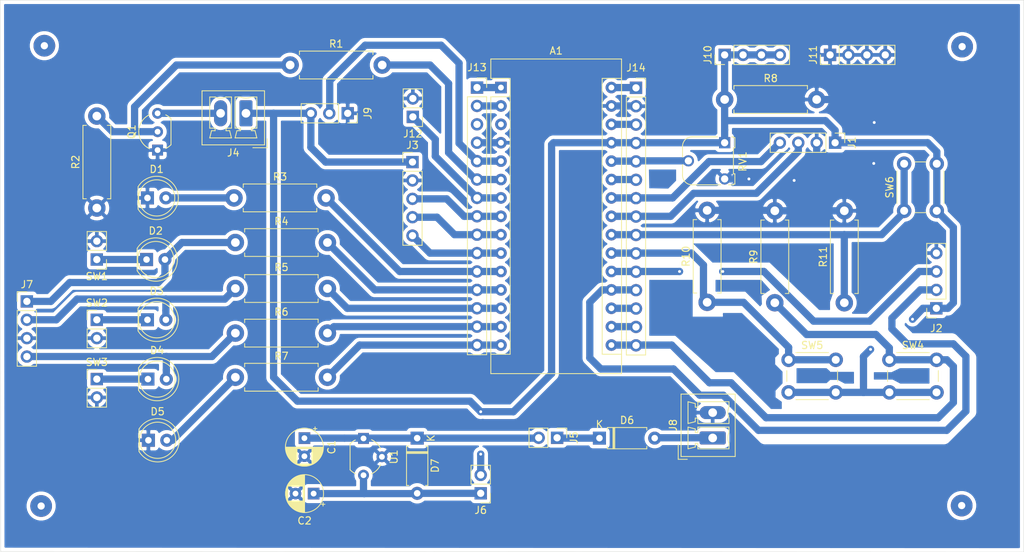
<source format=kicad_pcb>
(kicad_pcb (version 20171130) (host pcbnew 5.1.5-52549c5~84~ubuntu18.04.1)
  (layers (0 F.Cu signal) (31 B.Cu signal) (34 B.Paste user) (35 F.Paste user) (36 B.SilkS user) (37 F.SilkS user) (38 B.Mask user) (39 F.Mask user) (44 Edge.Cuts user))
  (net 0 "")
  (net 1 D13)
  (net 2 D12)
  (net 3 VIN)
  (net 4 D11)
  (net 5 Earth)
  (net 6 D10)
  (net 7 RST)
  (net 8 D9)
  (net 9 +5V)
  (net 10 D8)
  (net 11 A7)
  (net 12 D7)
  (net 13 A6)
  (net 14 D6)
  (net 15 A5)
  (net 16 D5)
  (net 17 A4)
  (net 18 D4)
  (net 19 A3)
  (net 20 D3)
  (net 21 A2)
  (net 22 D2)
  (net 23 A1)
  (net 24 A0)
  (net 25 AREF)
  (net 26 RX)
  (net 27 3V3)
  (net 28 TX)
  (net 29 "Net-(C1-Pad1)")
  (net 30 "Net-(C2-Pad1)")
  (net 31 "Net-(D1-Pad2)")
  (net 32 "Net-(D2-Pad2)")
  (net 33 "Net-(D2-Pad1)")
  (net 34 "Net-(D3-Pad2)")
  (net 35 "Net-(D3-Pad1)")
  (net 36 "Net-(D4-Pad2)")
  (net 37 "Net-(D4-Pad1)")
  (net 38 "Net-(D5-Pad2)")
  (net 39 "Net-(D6-Pad2)")
  (net 40 +12V)
  (net 41 "Net-(J4-Pad2)")
  (net 42 "Net-(Q1-Pad2)")
  (net 43 "Net-(J13-Pad3)")
  (net 44 "Net-(A1-Pad3)")
  (module Package_TO_SOT_THT:TO-92_Wide (layer F.Cu) (at 57.0484 -15.748 270)
    (fp_text reference U1 (at 2.55 -4.19 90) (layer F.SilkS))
    (fp_text value LM78M05_TO220)
    (pad 1 thru_hole rect (at 0 0) (size 1.5 1.5) (drill 0.8) (layers *.Cu *.Mask) (net 29 "Net-(C1-Pad1)"))
    (pad 3 thru_hole circle (at 5.08 0) (size 1.5 1.5) (drill 0.8) (layers *.Cu *.Mask) (net 30 "Net-(C2-Pad1)"))
    (pad 2 thru_hole circle (at 2.54 -2.54) (size 1.5 1.5) (drill 0.8) (layers *.Cu *.Mask) (net 5 Earth))
  )
  (module Resistor_THT:R_Axial_DIN0411_L9.9mm_D3.6mm_P12.70mm_Horizontal (layer F.Cu) (at 39.37 -24.1935)
    (fp_text reference R7 (at 6.35 -2.92) (layer F.SilkS))
    (fp_text value 100)
    (pad 2 thru_hole oval (at 12.7 0) (size 2.4 2.4) (drill 1.2) (layers *.Cu *.Mask) (net 2 D12))
    (pad 1 thru_hole circle (at 0 0) (size 2.4 2.4) (drill 1.2) (layers *.Cu *.Mask) (net 38 "Net-(D5-Pad2)"))
  )
  (module Connector_PinSocket_2.54mm:PinSocket_1x15_P2.54mm_Vertical (layer F.Cu) (at 94.6404 -64.1604)
    (fp_text reference J14 (at 0 -2.77) (layer F.SilkS))
    (fp_text value Conn_01x15_Female hide)
    (pad 15 thru_hole oval (at 0 35.56) (size 1.7 1.7) (drill 1) (layers *.Cu *.Mask) (net 1 D13))
    (pad 14 thru_hole oval (at 0 33.02) (size 1.7 1.7) (drill 1) (layers *.Cu *.Mask) (net 27 3V3))
    (pad 13 thru_hole oval (at 0 30.48) (size 1.7 1.7) (drill 1) (layers *.Cu *.Mask) (net 25 AREF))
    (pad 12 thru_hole oval (at 0 27.94) (size 1.7 1.7) (drill 1) (layers *.Cu *.Mask) (net 24 A0))
    (pad 11 thru_hole oval (at 0 25.4) (size 1.7 1.7) (drill 1) (layers *.Cu *.Mask) (net 23 A1))
    (pad 10 thru_hole oval (at 0 22.86) (size 1.7 1.7) (drill 1) (layers *.Cu *.Mask) (net 21 A2))
    (pad 9 thru_hole oval (at 0 20.32) (size 1.7 1.7) (drill 1) (layers *.Cu *.Mask) (net 19 A3))
    (pad 8 thru_hole oval (at 0 17.78) (size 1.7 1.7) (drill 1) (layers *.Cu *.Mask) (net 17 A4))
    (pad 7 thru_hole oval (at 0 15.24) (size 1.7 1.7) (drill 1) (layers *.Cu *.Mask) (net 15 A5))
    (pad 6 thru_hole oval (at 0 12.7) (size 1.7 1.7) (drill 1) (layers *.Cu *.Mask) (net 13 A6))
    (pad 5 thru_hole oval (at 0 10.16) (size 1.7 1.7) (drill 1) (layers *.Cu *.Mask) (net 11 A7))
    (pad 4 thru_hole oval (at 0 7.62) (size 1.7 1.7) (drill 1) (layers *.Cu *.Mask) (net 9 +5V))
    (pad 3 thru_hole oval (at 0 5.08) (size 1.7 1.7) (drill 1) (layers *.Cu *.Mask) (net 7 RST))
    (pad 2 thru_hole oval (at 0 2.54) (size 1.7 1.7) (drill 1) (layers *.Cu *.Mask) (net 5 Earth))
    (pad 1 thru_hole rect (at 0 0) (size 1.7 1.7) (drill 1) (layers *.Cu *.Mask) (net 3 VIN))
  )
  (module Connector_PinSocket_2.54mm:PinSocket_1x15_P2.54mm_Vertical (layer F.Cu) (at 72.7075 -64.1985)
    (fp_text reference J13 (at 0 -2.77) (layer F.SilkS))
    (fp_text value Conn_01x15_Female hide)
    (pad 15 thru_hole oval (at 0 35.56) (size 1.7 1.7) (drill 1) (layers *.Cu *.Mask) (net 2 D12))
    (pad 14 thru_hole oval (at 0 33.02) (size 1.7 1.7) (drill 1) (layers *.Cu *.Mask) (net 4 D11))
    (pad 13 thru_hole oval (at 0 30.48) (size 1.7 1.7) (drill 1) (layers *.Cu *.Mask) (net 6 D10))
    (pad 12 thru_hole oval (at 0 27.94) (size 1.7 1.7) (drill 1) (layers *.Cu *.Mask) (net 8 D9))
    (pad 11 thru_hole oval (at 0 25.4) (size 1.7 1.7) (drill 1) (layers *.Cu *.Mask) (net 10 D8))
    (pad 10 thru_hole oval (at 0 22.86) (size 1.7 1.7) (drill 1) (layers *.Cu *.Mask) (net 12 D7))
    (pad 9 thru_hole oval (at 0 20.32) (size 1.7 1.7) (drill 1) (layers *.Cu *.Mask) (net 14 D6))
    (pad 8 thru_hole oval (at 0 17.78) (size 1.7 1.7) (drill 1) (layers *.Cu *.Mask) (net 16 D5))
    (pad 7 thru_hole oval (at 0 15.24) (size 1.7 1.7) (drill 1) (layers *.Cu *.Mask) (net 18 D4))
    (pad 6 thru_hole oval (at 0 12.7) (size 1.7 1.7) (drill 1) (layers *.Cu *.Mask) (net 20 D3))
    (pad 5 thru_hole oval (at 0 10.16) (size 1.7 1.7) (drill 1) (layers *.Cu *.Mask) (net 22 D2))
    (pad 4 thru_hole oval (at 0 7.62) (size 1.7 1.7) (drill 1) (layers *.Cu *.Mask) (net 5 Earth))
    (pad 3 thru_hole oval (at 0 5.08) (size 1.7 1.7) (drill 1) (layers *.Cu *.Mask) (net 43 "Net-(J13-Pad3)"))
    (pad 2 thru_hole oval (at 0 2.54) (size 1.7 1.7) (drill 1) (layers *.Cu *.Mask) (net 26 RX))
    (pad 1 thru_hole rect (at 0 0) (size 1.7 1.7) (drill 1) (layers *.Cu *.Mask) (net 28 TX))
  )
  (module Connector_PinSocket_2.54mm:PinSocket_1x03_P2.54mm_Vertical (layer F.Cu) (at 54.864 -60.6425 270)
    (fp_text reference J9 (at 0 -2.77 90) (layer F.SilkS))
    (fp_text value Conn_01x03_Female hide)
    (pad 3 thru_hole oval (at 0 5.08 270) (size 1.7 1.7) (drill 1) (layers *.Cu *.Mask) (net 9 +5V))
    (pad 2 thru_hole oval (at 0 2.54 270) (size 1.7 1.7) (drill 1) (layers *.Cu *.Mask) (net 22 D2))
    (pad 1 thru_hole rect (at 0 0 270) (size 1.7 1.7) (drill 1) (layers *.Cu *.Mask) (net 5 Earth))
  )
  (module Connector_PinSocket_2.54mm:PinSocket_1x04_P2.54mm_Vertical (layer F.Cu) (at 136.0805 -33.7185 180)
    (fp_text reference J2 (at 0 -2.77) (layer F.SilkS))
    (fp_text value Conn_01x04_Female hide)
    (pad 4 thru_hole oval (at 0 7.62 180) (size 1.7 1.7) (drill 1) (layers *.Cu *.Mask) (net 5 Earth))
    (pad 3 thru_hole oval (at 0 5.08 180) (size 1.7 1.7) (drill 1) (layers *.Cu *.Mask) (net 23 A1))
    (pad 2 thru_hole oval (at 0 2.54 180) (size 1.7 1.7) (drill 1) (layers *.Cu *.Mask) (net 24 A0))
    (pad 1 thru_hole rect (at 0 0 180) (size 1.7 1.7) (drill 1) (layers *.Cu *.Mask) (net 9 +5V))
  )
  (module Button_Switch_THT:SW_PUSH_6mm_H5mm (layer F.Cu) (at 131.6355 -47.1805 90)
    (fp_text reference SW6 (at 3.25 -2 90) (layer F.SilkS))
    (fp_text value SW_SPST)
    (pad 1 thru_hole circle (at 6.5 0 180) (size 2 2) (drill 1.1) (layers *.Cu *.Mask) (net 19 A3))
    (pad 2 thru_hole circle (at 6.5 4.5 180) (size 2 2) (drill 1.1) (layers *.Cu *.Mask) (net 9 +5V))
    (pad 1 thru_hole circle (at 0 0 180) (size 2 2) (drill 1.1) (layers *.Cu *.Mask) (net 19 A3))
    (pad 2 thru_hole circle (at 0 4.5 180) (size 2 2) (drill 1.1) (layers *.Cu *.Mask) (net 9 +5V))
  )
  (module Button_Switch_THT:SW_PUSH_6mm_H5mm (layer F.Cu) (at 115.697 -26.6065)
    (fp_text reference SW5 (at 3.25 -2) (layer F.SilkS))
    (fp_text value SW_SPST)
    (pad 1 thru_hole circle (at 6.5 0 90) (size 2 2) (drill 1.1) (layers *.Cu *.Mask) (net 21 A2))
    (pad 2 thru_hole circle (at 6.5 4.5 90) (size 2 2) (drill 1.1) (layers *.Cu *.Mask) (net 9 +5V))
    (pad 1 thru_hole circle (at 0 0 90) (size 2 2) (drill 1.1) (layers *.Cu *.Mask) (net 21 A2))
    (pad 2 thru_hole circle (at 0 4.5 90) (size 2 2) (drill 1.1) (layers *.Cu *.Mask) (net 9 +5V))
  )
  (module Button_Switch_THT:SW_PUSH_6mm_H5mm (layer F.Cu) (at 129.6035 -26.6065)
    (fp_text reference SW4 (at 3.25 -2) (layer F.SilkS))
    (fp_text value SW_SPST)
    (pad 1 thru_hole circle (at 6.5 0 90) (size 2 2) (drill 1.1) (layers *.Cu *.Mask) (net 1 D13))
    (pad 2 thru_hole circle (at 6.5 4.5 90) (size 2 2) (drill 1.1) (layers *.Cu *.Mask) (net 9 +5V))
    (pad 1 thru_hole circle (at 0 0 90) (size 2 2) (drill 1.1) (layers *.Cu *.Mask) (net 1 D13))
    (pad 2 thru_hole circle (at 0 4.5 90) (size 2 2) (drill 1.1) (layers *.Cu *.Mask) (net 9 +5V))
  )
  (module Connector_PinHeader_2.54mm:PinHeader_1x02_P2.54mm_Vertical (layer F.Cu) (at 20.2565 -23.9395)
    (fp_text reference SW3 (at 0 -2.33) (layer F.SilkS))
    (fp_text value SW_SPST)
    (pad 2 thru_hole oval (at 0 2.54) (size 1.7 1.7) (drill 1) (layers *.Cu *.Mask) (net 5 Earth))
    (pad 1 thru_hole rect (at 0 0) (size 1.7 1.7) (drill 1) (layers *.Cu *.Mask) (net 37 "Net-(D4-Pad1)"))
  )
  (module Connector_PinHeader_2.54mm:PinHeader_1x02_P2.54mm_Vertical (layer F.Cu) (at 20.2565 -32.131)
    (fp_text reference SW2 (at 0 -2.33) (layer F.SilkS))
    (fp_text value SW_SPST)
    (pad 2 thru_hole oval (at 0 2.54) (size 1.7 1.7) (drill 1) (layers *.Cu *.Mask) (net 5 Earth))
    (pad 1 thru_hole rect (at 0 0) (size 1.7 1.7) (drill 1) (layers *.Cu *.Mask) (net 35 "Net-(D3-Pad1)"))
  )
  (module Connector_PinHeader_2.54mm:PinHeader_1x02_P2.54mm_Vertical (layer F.Cu) (at 20.2565 -40.4495 180)
    (fp_text reference SW1 (at 0 -2.33) (layer F.SilkS))
    (fp_text value SW_SPST)
    (pad 2 thru_hole oval (at 0 2.54 180) (size 1.7 1.7) (drill 1) (layers *.Cu *.Mask) (net 5 Earth))
    (pad 1 thru_hole rect (at 0 0 180) (size 1.7 1.7) (drill 1) (layers *.Cu *.Mask) (net 33 "Net-(D2-Pad1)"))
  )
  (module Potentiometer_THT:Potentiometer_Runtron_RM-065_Vertical (layer F.Cu) (at 106.8705 -56.5785 270)
    (fp_text reference RV1 (at 2.6 -2.5 90) (layer F.SilkS))
    (fp_text value 1K)
    (pad 2 thru_hole circle (at 2.5 5 270) (size 1.55 1.55) (drill 1) (layers *.Cu *.Mask) (net 11 A7))
    (pad 1 thru_hole rect (at 0 0 270) (size 1.55 1.55) (drill 1) (layers *.Cu *.Mask) (net 9 +5V))
    (pad 3 thru_hole circle (at 5 0 270) (size 1.55 1.55) (drill 1) (layers *.Cu *.Mask) (net 5 Earth))
  )
  (module Resistor_THT:R_Axial_DIN0411_L9.9mm_D3.6mm_P12.70mm_Horizontal (layer F.Cu) (at 123.3805 -34.4805 90)
    (fp_text reference R11 (at 6.35 -2.92 90) (layer F.SilkS))
    (fp_text value 10K)
    (pad 2 thru_hole oval (at 12.7 0 90) (size 2.4 2.4) (drill 1.2) (layers *.Cu *.Mask) (net 5 Earth))
    (pad 1 thru_hole circle (at 0 0 90) (size 2.4 2.4) (drill 1.2) (layers *.Cu *.Mask) (net 19 A3))
  )
  (module Resistor_THT:R_Axial_DIN0411_L9.9mm_D3.6mm_P12.70mm_Horizontal (layer F.Cu) (at 104.4575 -34.544 90)
    (fp_text reference R10 (at 6.35 -2.92 90) (layer F.SilkS))
    (fp_text value 10K)
    (pad 2 thru_hole oval (at 12.7 0 90) (size 2.4 2.4) (drill 1.2) (layers *.Cu *.Mask) (net 5 Earth))
    (pad 1 thru_hole circle (at 0 0 90) (size 2.4 2.4) (drill 1.2) (layers *.Cu *.Mask) (net 21 A2))
  )
  (module Resistor_THT:R_Axial_DIN0411_L9.9mm_D3.6mm_P12.70mm_Horizontal (layer F.Cu) (at 113.792 -34.4805 90)
    (fp_text reference R9 (at 6.35 -2.92 90) (layer F.SilkS))
    (fp_text value 10K)
    (pad 2 thru_hole oval (at 12.7 0 90) (size 2.4 2.4) (drill 1.2) (layers *.Cu *.Mask) (net 5 Earth))
    (pad 1 thru_hole circle (at 0 0 90) (size 2.4 2.4) (drill 1.2) (layers *.Cu *.Mask) (net 1 D13))
  )
  (module Resistor_THT:R_Axial_DIN0411_L9.9mm_D3.6mm_P12.70mm_Horizontal (layer F.Cu) (at 106.8705 -62.5475)
    (fp_text reference R8 (at 6.35 -2.92) (layer F.SilkS))
    (fp_text value 4.7K)
    (pad 2 thru_hole oval (at 12.7 0) (size 2.4 2.4) (drill 1.2) (layers *.Cu *.Mask) (net 5 Earth))
    (pad 1 thru_hole circle (at 0 0) (size 2.4 2.4) (drill 1.2) (layers *.Cu *.Mask) (net 9 +5V))
  )
  (module Resistor_THT:R_Axial_DIN0411_L9.9mm_D3.6mm_P12.70mm_Horizontal (layer F.Cu) (at 39.37 -30.2895)
    (fp_text reference R6 (at 6.35 -2.92) (layer F.SilkS))
    (fp_text value 100)
    (pad 2 thru_hole oval (at 12.7 0) (size 2.4 2.4) (drill 1.2) (layers *.Cu *.Mask) (net 4 D11))
    (pad 1 thru_hole circle (at 0 0) (size 2.4 2.4) (drill 1.2) (layers *.Cu *.Mask) (net 36 "Net-(D4-Pad2)"))
  )
  (module Resistor_THT:R_Axial_DIN0411_L9.9mm_D3.6mm_P12.70mm_Horizontal (layer F.Cu) (at 39.37 -36.449)
    (fp_text reference R5 (at 6.35 -2.92) (layer F.SilkS))
    (fp_text value 100)
    (pad 2 thru_hole oval (at 12.7 0) (size 2.4 2.4) (drill 1.2) (layers *.Cu *.Mask) (net 6 D10))
    (pad 1 thru_hole circle (at 0 0) (size 2.4 2.4) (drill 1.2) (layers *.Cu *.Mask) (net 34 "Net-(D3-Pad2)"))
  )
  (module Resistor_THT:R_Axial_DIN0411_L9.9mm_D3.6mm_P12.70mm_Horizontal (layer F.Cu) (at 39.37 -42.799)
    (fp_text reference R4 (at 6.35 -2.92) (layer F.SilkS))
    (fp_text value 100)
    (pad 2 thru_hole oval (at 12.7 0) (size 2.4 2.4) (drill 1.2) (layers *.Cu *.Mask) (net 8 D9))
    (pad 1 thru_hole circle (at 0 0) (size 2.4 2.4) (drill 1.2) (layers *.Cu *.Mask) (net 32 "Net-(D2-Pad2)"))
  )
  (module Resistor_THT:R_Axial_DIN0411_L9.9mm_D3.6mm_P12.70mm_Horizontal (layer F.Cu) (at 39.1795 -48.9585)
    (fp_text reference R3 (at 6.35 -2.92) (layer F.SilkS))
    (fp_text value 100)
    (pad 2 thru_hole oval (at 12.7 0) (size 2.4 2.4) (drill 1.2) (layers *.Cu *.Mask) (net 10 D8))
    (pad 1 thru_hole circle (at 0 0) (size 2.4 2.4) (drill 1.2) (layers *.Cu *.Mask) (net 31 "Net-(D1-Pad2)"))
  )
  (module Resistor_THT:R_Axial_DIN0411_L9.9mm_D3.6mm_P12.70mm_Horizontal (layer F.Cu) (at 20.2565 -47.5615 90)
    (fp_text reference R2 (at 6.35 -2.92 90) (layer F.SilkS))
    (fp_text value 1K)
    (pad 2 thru_hole oval (at 12.7 0 90) (size 2.4 2.4) (drill 1.2) (layers *.Cu *.Mask) (net 42 "Net-(Q1-Pad2)"))
    (pad 1 thru_hole circle (at 0 0 90) (size 2.4 2.4) (drill 1.2) (layers *.Cu *.Mask) (net 5 Earth))
  )
  (module Resistor_THT:R_Axial_DIN0411_L9.9mm_D3.6mm_P12.70mm_Horizontal (layer F.Cu) (at 46.9265 -67.31)
    (fp_text reference R1 (at 6.35 -2.92) (layer F.SilkS))
    (fp_text value 100)
    (pad 2 thru_hole oval (at 12.7 0) (size 2.4 2.4) (drill 1.2) (layers *.Cu *.Mask) (net 20 D3))
    (pad 1 thru_hole circle (at 0 0) (size 2.4 2.4) (drill 1.2) (layers *.Cu *.Mask) (net 42 "Net-(Q1-Pad2)"))
  )
  (module Package_TO_SOT_THT:TO-92_Inline_Wide (layer F.Cu) (at 28.6385 -55.5625 90)
    (fp_text reference Q1 (at 2.54 -3.56 90) (layer F.SilkS))
    (fp_text value PN2222A)
    (pad 1 thru_hole rect (at 0 0 180) (size 1.5 1.5) (drill 0.8) (layers *.Cu *.Mask) (net 5 Earth))
    (pad 3 thru_hole circle (at 5.08 0 180) (size 1.5 1.5) (drill 0.8) (layers *.Cu *.Mask) (net 41 "Net-(J4-Pad2)"))
    (pad 2 thru_hole circle (at 2.54 0 180) (size 1.5 1.5) (drill 0.8) (layers *.Cu *.Mask) (net 42 "Net-(Q1-Pad2)"))
  )
  (module Connector_PinHeader_2.54mm:PinHeader_1x02_P2.54mm_Vertical (layer F.Cu) (at 63.8556 -60.1472 180)
    (fp_text reference J12 (at 0 -2.33) (layer F.SilkS))
    (fp_text value Conn_01x02_Female hide)
    (pad 2 thru_hole oval (at 0 2.54 180) (size 1.7 1.7) (drill 1) (layers *.Cu *.Mask) (net 5 Earth))
    (pad 1 thru_hole rect (at 0 0 180) (size 1.7 1.7) (drill 1) (layers *.Cu *.Mask) (net 18 D4))
  )
  (module Connector_PinHeader_2.54mm:PinHeader_1x04_P2.54mm_Vertical (layer F.Cu) (at 121.412 -68.707 90)
    (fp_text reference J11 (at 0 -2.33 90) (layer F.SilkS))
    (fp_text value Conn_01x04_Female hide)
    (pad 4 thru_hole oval (at 0 7.62 90) (size 1.7 1.7) (drill 1) (layers *.Cu *.Mask) (net 5 Earth))
    (pad 3 thru_hole oval (at 0 5.08 90) (size 1.7 1.7) (drill 1) (layers *.Cu *.Mask) (net 5 Earth))
    (pad 2 thru_hole oval (at 0 2.54 90) (size 1.7 1.7) (drill 1) (layers *.Cu *.Mask) (net 5 Earth))
    (pad 1 thru_hole rect (at 0 0 90) (size 1.7 1.7) (drill 1) (layers *.Cu *.Mask) (net 5 Earth))
  )
  (module Connector_PinHeader_2.54mm:PinHeader_1x04_P2.54mm_Vertical (layer F.Cu) (at 106.8705 -68.707 90)
    (fp_text reference J10 (at 0 -2.33 90) (layer F.SilkS))
    (fp_text value Conn_01x04_Female hide)
    (pad 4 thru_hole oval (at 0 7.62 90) (size 1.7 1.7) (drill 1) (layers *.Cu *.Mask) (net 9 +5V))
    (pad 3 thru_hole oval (at 0 5.08 90) (size 1.7 1.7) (drill 1) (layers *.Cu *.Mask) (net 9 +5V))
    (pad 2 thru_hole oval (at 0 2.54 90) (size 1.7 1.7) (drill 1) (layers *.Cu *.Mask) (net 9 +5V))
    (pad 1 thru_hole rect (at 0 0 90) (size 1.7 1.7) (drill 1) (layers *.Cu *.Mask) (net 9 +5V))
  )
  (module Connector_Phoenix_MC:PhoenixContact_MCV_1,5_2-G-3.5_1x02_P3.50mm_Vertical (layer F.Cu) (at 105.2195 -15.8115 90)
    (fp_text reference J8 (at 1.75 -5.45 90) (layer F.SilkS))
    (fp_text value Screw_Terminal_01x02 hide)
    (pad 2 thru_hole oval (at 3.5 0 90) (size 1.8 3.6) (drill 1.2) (layers *.Cu *.Mask) (net 5 Earth))
    (pad 1 thru_hole roundrect (at 0 0 90) (size 1.8 3.6) (drill 1.2) (layers *.Cu *.Mask) (roundrect_rratio 0.138889) (net 39 "Net-(D6-Pad2)"))
  )
  (module Connector_PinHeader_2.54mm:PinHeader_1x04_P2.54mm_Vertical (layer F.Cu) (at 10.6045 -34.671)
    (fp_text reference J7 (at 0 -2.33) (layer F.SilkS))
    (fp_text value Conn_01x04_Female hide)
    (pad 4 thru_hole oval (at 0 7.62) (size 1.7 1.7) (drill 1) (layers *.Cu *.Mask) (net 36 "Net-(D4-Pad2)"))
    (pad 3 thru_hole oval (at 0 5.08) (size 1.7 1.7) (drill 1) (layers *.Cu *.Mask) (net 5 Earth))
    (pad 2 thru_hole oval (at 0 2.54) (size 1.7 1.7) (drill 1) (layers *.Cu *.Mask) (net 34 "Net-(D3-Pad2)"))
    (pad 1 thru_hole rect (at 0 0) (size 1.7 1.7) (drill 1) (layers *.Cu *.Mask) (net 32 "Net-(D2-Pad2)"))
  )
  (module Connector_PinHeader_2.54mm:PinHeader_1x02_P2.54mm_Vertical (layer F.Cu) (at 73.2155 -8.1661 180)
    (fp_text reference J6 (at 0 -2.33) (layer F.SilkS))
    (fp_text value Conn_01x02_Female)
    (pad 2 thru_hole oval (at 0 2.54 180) (size 1.7 1.7) (drill 1) (layers *.Cu *.Mask) (net 9 +5V))
    (pad 1 thru_hole rect (at 0 0 180) (size 1.7 1.7) (drill 1) (layers *.Cu *.Mask) (net 30 "Net-(C2-Pad1)"))
  )
  (module Connector_PinHeader_2.54mm:PinHeader_1x02_P2.54mm_Vertical (layer F.Cu) (at 83.7565 -15.8369 270)
    (fp_text reference J5 (at 0 -2.33 90) (layer F.SilkS))
    (fp_text value Conn_01x02_Female hide)
    (pad 2 thru_hole oval (at 0 2.54 270) (size 1.7 1.7) (drill 1) (layers *.Cu *.Mask) (net 29 "Net-(C1-Pad1)"))
    (pad 1 thru_hole rect (at 0 0 270) (size 1.7 1.7) (drill 1) (layers *.Cu *.Mask) (net 40 +12V))
  )
  (module Connector_Phoenix_MC:PhoenixContact_MCV_1,5_2-G-3.5_1x02_P3.50mm_Vertical (layer F.Cu) (at 40.8305 -60.6425 180)
    (fp_text reference J4 (at 1.75 -5.45) (layer F.SilkS))
    (fp_text value Screw_Terminal_01x02 hide)
    (pad 2 thru_hole oval (at 3.5 0 180) (size 1.8 3.6) (drill 1.2) (layers *.Cu *.Mask) (net 41 "Net-(J4-Pad2)"))
    (pad 1 thru_hole roundrect (at 0 0 180) (size 1.8 3.6) (drill 1.2) (layers *.Cu *.Mask) (roundrect_rratio 0.138889) (net 9 +5V))
  )
  (module Connector_PinHeader_2.54mm:PinHeader_1x05_P2.54mm_Vertical (layer F.Cu) (at 63.8048 -53.9115)
    (fp_text reference J3 (at 0 -2.33) (layer F.SilkS))
    (fp_text value Conn_01x05_Female hide)
    (pad 5 thru_hole oval (at 0 10.16) (size 1.7 1.7) (drill 1) (layers *.Cu *.Mask) (net 12 D7))
    (pad 4 thru_hole oval (at 0 7.62) (size 1.7 1.7) (drill 1) (layers *.Cu *.Mask) (net 14 D6))
    (pad 3 thru_hole oval (at 0 5.08) (size 1.7 1.7) (drill 1) (layers *.Cu *.Mask) (net 16 D5))
    (pad 2 thru_hole oval (at 0 2.54) (size 1.7 1.7) (drill 1) (layers *.Cu *.Mask) (net 5 Earth))
    (pad 1 thru_hole rect (at 0 0) (size 1.7 1.7) (drill 1) (layers *.Cu *.Mask) (net 9 +5V))
  )
  (module Connector_PinHeader_2.54mm:PinHeader_1x04_P2.54mm_Vertical (layer F.Cu) (at 122.1105 -56.5785 270)
    (fp_text reference J1 (at 0 -2.33 90) (layer F.SilkS))
    (fp_text value Conn_01x04_Female hide)
    (pad 4 thru_hole oval (at 0 7.62 270) (size 1.7 1.7) (drill 1) (layers *.Cu *.Mask) (net 15 A5))
    (pad 3 thru_hole oval (at 0 5.08 270) (size 1.7 1.7) (drill 1) (layers *.Cu *.Mask) (net 17 A4))
    (pad 2 thru_hole oval (at 0 2.54 270) (size 1.7 1.7) (drill 1) (layers *.Cu *.Mask) (net 5 Earth))
    (pad 1 thru_hole rect (at 0 0 270) (size 1.7 1.7) (drill 1) (layers *.Cu *.Mask) (net 9 +5V))
  )
  (module Diode_THT:D_A-405_P7.62mm_Horizontal (layer F.Cu) (at 64.4525 -15.7861 270)
    (fp_text reference D7 (at 3.81 -2.47 90) (layer F.SilkS))
    (fp_text value 1N4007)
    (fp_text user K (at 0 -1.9 90) (layer F.SilkS))
    (pad 2 thru_hole oval (at 7.62 0 270) (size 1.8 1.8) (drill 0.9) (layers *.Cu *.Mask) (net 30 "Net-(C2-Pad1)"))
    (pad 1 thru_hole rect (at 0 0 270) (size 1.8 1.8) (drill 0.9) (layers *.Cu *.Mask) (net 29 "Net-(C1-Pad1)"))
  )
  (module Diode_THT:D_A-405_P7.62mm_Horizontal (layer F.Cu) (at 89.5985 -15.7861)
    (fp_text reference D6 (at 3.81 -2.47) (layer F.SilkS))
    (fp_text value 1N4007)
    (fp_text user K (at 0 -1.9) (layer F.SilkS))
    (pad 2 thru_hole oval (at 7.62 0) (size 1.8 1.8) (drill 0.9) (layers *.Cu *.Mask) (net 39 "Net-(D6-Pad2)"))
    (pad 1 thru_hole rect (at 0 0) (size 1.8 1.8) (drill 0.9) (layers *.Cu *.Mask) (net 40 +12V))
  )
  (module LED_THT:LED_D5.0mm (layer F.Cu) (at 27.3685 -15.494)
    (fp_text reference D5 (at 1.27 -3.96) (layer F.SilkS))
    (fp_text value LED)
    (pad 2 thru_hole circle (at 2.54 0) (size 1.8 1.8) (drill 0.9) (layers *.Cu *.Mask) (net 38 "Net-(D5-Pad2)"))
    (pad 1 thru_hole rect (at 0 0) (size 1.8 1.8) (drill 0.9) (layers *.Cu *.Mask) (net 5 Earth))
  )
  (module LED_THT:LED_D5.0mm (layer F.Cu) (at 27.305 -23.9395)
    (fp_text reference D4 (at 1.27 -3.96) (layer F.SilkS))
    (fp_text value LED)
    (pad 2 thru_hole circle (at 2.54 0) (size 1.8 1.8) (drill 0.9) (layers *.Cu *.Mask) (net 36 "Net-(D4-Pad2)"))
    (pad 1 thru_hole rect (at 0 0) (size 1.8 1.8) (drill 0.9) (layers *.Cu *.Mask) (net 37 "Net-(D4-Pad1)"))
  )
  (module LED_THT:LED_D5.0mm (layer F.Cu) (at 27.2415 -32.131)
    (fp_text reference D3 (at 1.27 -3.96) (layer F.SilkS))
    (fp_text value LED)
    (pad 2 thru_hole circle (at 2.54 0) (size 1.8 1.8) (drill 0.9) (layers *.Cu *.Mask) (net 34 "Net-(D3-Pad2)"))
    (pad 1 thru_hole rect (at 0 0) (size 1.8 1.8) (drill 0.9) (layers *.Cu *.Mask) (net 35 "Net-(D3-Pad1)"))
  )
  (module LED_THT:LED_D5.0mm (layer F.Cu) (at 27.1145 -40.4495)
    (fp_text reference D2 (at 1.27 -3.96) (layer F.SilkS))
    (fp_text value LED)
    (pad 2 thru_hole circle (at 2.54 0) (size 1.8 1.8) (drill 0.9) (layers *.Cu *.Mask) (net 32 "Net-(D2-Pad2)"))
    (pad 1 thru_hole rect (at 0 0) (size 1.8 1.8) (drill 0.9) (layers *.Cu *.Mask) (net 33 "Net-(D2-Pad1)"))
  )
  (module LED_THT:LED_D5.0mm (layer F.Cu) (at 27.2415 -48.9585)
    (fp_text reference D1 (at 1.27 -3.96) (layer F.SilkS))
    (fp_text value LED)
    (pad 2 thru_hole circle (at 2.54 0) (size 1.8 1.8) (drill 0.9) (layers *.Cu *.Mask) (net 31 "Net-(D1-Pad2)"))
    (pad 1 thru_hole rect (at 0 0) (size 1.8 1.8) (drill 0.9) (layers *.Cu *.Mask) (net 5 Earth))
  )
  (module Capacitor_THT:CP_Radial_D5.0mm_P2.50mm (layer F.Cu) (at 50.165 -8.128 180)
    (fp_text reference C2 (at 1.25 -3.75) (layer F.SilkS))
    (fp_text value 10uF)
    (pad 2 thru_hole circle (at 2.5 0 180) (size 1.6 1.6) (drill 0.8) (layers *.Cu *.Mask) (net 5 Earth))
    (pad 1 thru_hole rect (at 0 0 180) (size 1.6 1.6) (drill 0.8) (layers *.Cu *.Mask) (net 30 "Net-(C2-Pad1)"))
  )
  (module Capacitor_THT:CP_Radial_D5.0mm_P2.50mm (layer F.Cu) (at 48.895 -15.7861 270)
    (fp_text reference C1 (at 1.25 -3.75 90) (layer F.SilkS))
    (fp_text value 47uF)
    (pad 2 thru_hole circle (at 2.5 0 270) (size 1.6 1.6) (drill 0.8) (layers *.Cu *.Mask) (net 5 Earth))
    (pad 1 thru_hole rect (at 0 0 270) (size 1.6 1.6) (drill 0.8) (layers *.Cu *.Mask) (net 29 "Net-(C1-Pad1)"))
  )
  (module Module:Arduino_Nano (layer F.Cu) (at 76.0095 -64.1985)
    (fp_text reference A1 (at 7.62 -5.08) (layer F.SilkS))
    (fp_text value Arduino_Nano_v3.x)
    (pad 16 thru_hole oval (at 15.24 35.56) (size 1.6 1.6) (drill 0.8) (layers *.Cu *.Mask) (net 1 D13))
    (pad 15 thru_hole oval (at 0 35.56) (size 1.6 1.6) (drill 0.8) (layers *.Cu *.Mask) (net 2 D12))
    (pad 30 thru_hole oval (at 15.24 0) (size 1.6 1.6) (drill 0.8) (layers *.Cu *.Mask) (net 3 VIN))
    (pad 14 thru_hole oval (at 0 33.02) (size 1.6 1.6) (drill 0.8) (layers *.Cu *.Mask) (net 4 D11))
    (pad 29 thru_hole oval (at 15.24 2.54) (size 1.6 1.6) (drill 0.8) (layers *.Cu *.Mask) (net 5 Earth))
    (pad 13 thru_hole oval (at 0 30.48) (size 1.6 1.6) (drill 0.8) (layers *.Cu *.Mask) (net 6 D10))
    (pad 28 thru_hole oval (at 15.24 5.08) (size 1.6 1.6) (drill 0.8) (layers *.Cu *.Mask) (net 7 RST))
    (pad 12 thru_hole oval (at 0 27.94) (size 1.6 1.6) (drill 0.8) (layers *.Cu *.Mask) (net 8 D9))
    (pad 27 thru_hole oval (at 15.24 7.62) (size 1.6 1.6) (drill 0.8) (layers *.Cu *.Mask) (net 9 +5V))
    (pad 11 thru_hole oval (at 0 25.4) (size 1.6 1.6) (drill 0.8) (layers *.Cu *.Mask) (net 10 D8))
    (pad 26 thru_hole oval (at 15.24 10.16) (size 1.6 1.6) (drill 0.8) (layers *.Cu *.Mask) (net 11 A7))
    (pad 10 thru_hole oval (at 0 22.86) (size 1.6 1.6) (drill 0.8) (layers *.Cu *.Mask) (net 12 D7))
    (pad 25 thru_hole oval (at 15.24 12.7) (size 1.6 1.6) (drill 0.8) (layers *.Cu *.Mask) (net 13 A6))
    (pad 9 thru_hole oval (at 0 20.32) (size 1.6 1.6) (drill 0.8) (layers *.Cu *.Mask) (net 14 D6))
    (pad 24 thru_hole oval (at 15.24 15.24) (size 1.6 1.6) (drill 0.8) (layers *.Cu *.Mask) (net 15 A5))
    (pad 8 thru_hole oval (at 0 17.78) (size 1.6 1.6) (drill 0.8) (layers *.Cu *.Mask) (net 16 D5))
    (pad 23 thru_hole oval (at 15.24 17.78) (size 1.6 1.6) (drill 0.8) (layers *.Cu *.Mask) (net 17 A4))
    (pad 7 thru_hole oval (at 0 15.24) (size 1.6 1.6) (drill 0.8) (layers *.Cu *.Mask) (net 18 D4))
    (pad 22 thru_hole oval (at 15.24 20.32) (size 1.6 1.6) (drill 0.8) (layers *.Cu *.Mask) (net 19 A3))
    (pad 6 thru_hole oval (at 0 12.7) (size 1.6 1.6) (drill 0.8) (layers *.Cu *.Mask) (net 20 D3))
    (pad 21 thru_hole oval (at 15.24 22.86) (size 1.6 1.6) (drill 0.8) (layers *.Cu *.Mask) (net 21 A2))
    (pad 5 thru_hole oval (at 0 10.16) (size 1.6 1.6) (drill 0.8) (layers *.Cu *.Mask) (net 22 D2))
    (pad 20 thru_hole oval (at 15.24 25.4) (size 1.6 1.6) (drill 0.8) (layers *.Cu *.Mask) (net 23 A1))
    (pad 4 thru_hole oval (at 0 7.62) (size 1.6 1.6) (drill 0.8) (layers *.Cu *.Mask) (net 5 Earth))
    (pad 19 thru_hole oval (at 15.24 27.94) (size 1.6 1.6) (drill 0.8) (layers *.Cu *.Mask) (net 24 A0))
    (pad 3 thru_hole oval (at 0 5.08) (size 1.6 1.6) (drill 0.8) (layers *.Cu *.Mask) (net 44 "Net-(A1-Pad3)"))
    (pad 18 thru_hole oval (at 15.24 30.48) (size 1.6 1.6) (drill 0.8) (layers *.Cu *.Mask) (net 25 AREF))
    (pad 2 thru_hole oval (at 0 2.54) (size 1.6 1.6) (drill 0.8) (layers *.Cu *.Mask) (net 26 RX))
    (pad 17 thru_hole oval (at 15.24 33.02) (size 1.6 1.6) (drill 0.8) (layers *.Cu *.Mask) (net 27 3V3))
    (pad 1 thru_hole rect (at 0 0) (size 1.6 1.6) (drill 0.8) (layers *.Cu *.Mask) (net 28 TX))
  )
  (gr_poly (pts (xy 135.0772 -23.368) (xy 131.1148 -23.368) (xy 130.048 -23.9268) (xy 127.508 -23.9268) (xy 127.508 -24.8412) (xy 129.8956 -24.8412) (xy 131.064 -25.4) (xy 135.0772 -25.4)) (layer B.Cu) (width 0.1))
  (gr_poly (pts (xy 124.6632 -23.368) (xy 123.444 -23.368) (xy 122.4788 -23.876) (xy 121.412 -23.876) (xy 121.412 -24.892) (xy 124.6632 -24.892)) (layer B.Cu) (width 0.1))
  (gr_poly (pts (xy 121.3612 -24.9936) (xy 121.3612 -23.8252) (xy 120.904 -23.4188) (xy 116.84 -23.4188) (xy 116.84 -25.4) (xy 120.904 -25.4)) (layer B.Cu) (width 0.1))
  (gr_poly (pts (xy 113.0808 -36.2712) (xy 111.9124 -35.4584) (xy 111.9632 -34.29) (xy 111.76 -34.036) (xy 109.728 -36.068) (xy 105.664 -36.068) (xy 105.664 -37.592) (xy 111.9124 -37.592)) (layer B.Cu) (width 0.1))
  (gr_poly (pts (xy 100.1268 -51.3588) (xy 99.06 -50.292) (xy 96.52 -50.3428) (xy 96.4692 -52.832) (xy 100.1268 -52.832)) (layer B.Cu) (width 0.1))
  (gr_poly (pts (xy 102.4128 -32.512) (xy 106.68 -32.512) (xy 106.68 -33.02) (xy 109.22 -33.02) (xy 114.3 -28.0924) (xy 114.3 -27.432) (xy 113.792 -26.924) (xy 113.792 -25.9588) (xy 114.808 -24.9428) (xy 114.808 -23.368) (xy 113.8428 -22.352) (xy 113.8428 -21.3868) (xy 114.7064 -20.7772) (xy 114.7064 -19.8628) (xy 113.284 -19.8628) (xy 108.1532 -24.9428) (xy 105.664 -24.9428) (xy 100.076 -29.972) (xy 96.52 -29.972) (xy 96.52 -37.592) (xy 102.4128 -37.592)) (layer B.Cu) (width 0.1))
  (gr_poly (pts (xy 121.8692 -36.068) (xy 121.3612 -34.5948) (xy 121.3612 -33.528) (xy 119.9388 -33.528) (xy 113.0808 -40.0812) (xy 105.2068 -40.0812) (xy 102.616 -42.6212) (xy 121.8692 -42.6212)) (layer B.Cu) (width 0.1))
  (gr_line (start 148.1455 -0.0635) (end 148.1455 -76.2635) (layer Edge.Cuts) (width 0.05))
  (gr_line (start 6.9215 -76.2635) (end 6.985 -0.127) (layer Edge.Cuts) (width 0.05))
  (gr_line (start 148.1455 -76.2635) (end 6.9215 -76.2635) (layer Edge.Cuts) (width 0.05))
  (gr_line (start 6.985 -0.127) (end 148.1455 -0.0635) (layer Edge.Cuts) (width 0.05))
  (via (at 139.6365 -69.85) (size 3) (drill 1) (layers F.Cu B.Cu) (net 0))
  (via (at 13.0175 -69.977) (size 3) (drill 1) (layers F.Cu B.Cu) (net 0))
  (via (at 12.573 -6.4135) (size 3) (drill 1) (layers F.Cu B.Cu) (net 0))
  (via (at 139.573 -6.477) (size 3) (drill 1) (layers F.Cu B.Cu) (net 0))
  (segment (start 91.2495 -28.6385) (end 94.5261 -28.6385) (width 1) (layer B.Cu) (net 1))
  (segment (start 129.6035 -26.6065) (end 136.1035 -26.6065) (width 1) (layer B.Cu) (net 1))
  (segment (start 95.728181 -28.6385) (end 94.5261 -28.6385) (width 1) (layer B.Cu) (net 1))
  (segment (start 99.568 -28.6385) (end 95.728181 -28.6385) (width 1) (layer B.Cu) (net 1))
  (segment (start 104.775 -23.4315) (end 99.568 -28.6385) (width 1) (layer B.Cu) (net 1))
  (segment (start 107.7595 -23.4315) (end 104.775 -23.4315) (width 1) (layer B.Cu) (net 1))
  (segment (start 112.5855 -18.6055) (end 107.7595 -23.4315) (width 1) (layer B.Cu) (net 1))
  (segment (start 137.517713 -26.6065) (end 138.43 -25.694213) (width 1) (layer B.Cu) (net 1))
  (segment (start 136.1035 -26.6065) (end 137.517713 -26.6065) (width 1) (layer B.Cu) (net 1))
  (segment (start 138.43 -25.694213) (end 138.43 -20.701) (width 1) (layer B.Cu) (net 1))
  (segment (start 138.43 -20.701) (end 136.3345 -18.6055) (width 1) (layer B.Cu) (net 1))
  (segment (start 136.3345 -18.6055) (end 112.5855 -18.6055) (width 1) (layer B.Cu) (net 1))
  (segment (start 129.5908 -26.6192) (end 129.6035 -26.6065) (width 1) (layer B.Cu) (net 1))
  (segment (start 127.7366 -30.099) (end 129.5908 -28.2448) (width 1) (layer B.Cu) (net 1))
  (segment (start 129.5908 -28.2448) (end 129.5908 -26.6192) (width 1) (layer B.Cu) (net 1))
  (segment (start 113.792 -34.4805) (end 118.1735 -30.099) (width 1) (layer B.Cu) (net 1))
  (segment (start 118.1735 -30.099) (end 127.7366 -30.099) (width 1) (layer B.Cu) (net 1))
  (segment (start 72.7075 -28.6385) (end 76.0095 -28.6385) (width 1) (layer B.Cu) (net 2))
  (segment (start 53.269999 -25.393499) (end 52.07 -24.1935) (width 1) (layer B.Cu) (net 2))
  (segment (start 56.515 -28.6385) (end 53.269999 -25.393499) (width 1) (layer B.Cu) (net 2))
  (segment (start 72.7075 -28.6385) (end 56.515 -28.6385) (width 1) (layer B.Cu) (net 2))
  (segment (start 91.2495 -64.1985) (end 94.5261 -64.1985) (width 1) (layer B.Cu) (net 3))
  (segment (start 72.7075 -31.1785) (end 76.0095 -31.1785) (width 1) (layer B.Cu) (net 4))
  (segment (start 52.959 -31.1785) (end 52.07 -30.2895) (width 1) (layer B.Cu) (net 4))
  (segment (start 72.7075 -31.1785) (end 52.959 -31.1785) (width 1) (layer B.Cu) (net 4))
  (segment (start 72.7075 -56.5785) (end 76.0095 -56.5785) (width 1) (layer B.Cu) (net 5))
  (segment (start 91.2495 -61.6585) (end 94.5261 -61.6585) (width 1) (layer B.Cu) (net 5))
  (segment (start 119.5705 -62.5475) (end 124.333 -62.5475) (width 1) (layer B.Cu) (net 5))
  (segment (start 124.333 -62.5475) (end 127.508 -59.3725) (width 1) (layer B.Cu) (net 5))
  (segment (start 127.508 -59.3725) (end 127.508 -59.3725) (width 1) (layer B.Cu) (net 5))
  (via (at 127.508 -59.3725) (size 0.8) (drill 0.4) (layers F.Cu B.Cu) (net 5))
  (segment (start 106.8705 -51.5785) (end 106.981 -51.689) (width 1) (layer B.Cu) (net 5))
  (segment (start 106.8705 -51.5785) (end 110.2195 -51.5785) (width 1) (layer B.Cu) (net 5))
  (segment (start 110.2195 -51.5785) (end 110.2195 -51.5785) (width 1) (layer B.Cu) (net 5))
  (via (at 110.2195 -51.5785) (size 0.8) (drill 0.4) (layers F.Cu B.Cu) (net 5))
  (segment (start 124.5235 -51.3715) (end 127.4445 -51.3715) (width 1) (layer B.Cu) (net 5))
  (segment (start 119.5705 -56.5785) (end 119.5705 -51.3715) (width 1) (layer B.Cu) (net 5))
  (segment (start 119.5705 -51.3715) (end 124.5235 -51.3715) (width 1) (layer B.Cu) (net 5))
  (segment (start 119.5705 -51.3715) (end 116.459 -51.3715) (width 1) (layer B.Cu) (net 5))
  (segment (start 116.459 -51.3715) (end 116.459 -51.3715) (width 1) (layer B.Cu) (net 5))
  (via (at 116.459 -51.3715) (size 0.8) (drill 0.4) (layers F.Cu B.Cu) (net 5))
  (segment (start 127.4445 -51.3715) (end 127.4445 -53.721) (width 1) (layer B.Cu) (net 5))
  (segment (start 127.4445 -53.721) (end 127.4445 -53.721) (width 1) (layer B.Cu) (net 5))
  (via (at 127.4445 -53.721) (size 0.8) (drill 0.4) (layers F.Cu B.Cu) (net 5))
  (segment (start 113.7285 -47.244) (end 113.792 -47.1805) (width 1) (layer B.Cu) (net 5))
  (segment (start 104.4575 -47.244) (end 113.7285 -47.244) (width 1) (layer B.Cu) (net 5))
  (segment (start 113.792 -47.1805) (end 123.3805 -47.1805) (width 1) (layer B.Cu) (net 5))
  (segment (start 72.7075 -33.7185) (end 76.0095 -33.7185) (width 1) (layer B.Cu) (net 6))
  (segment (start 54.8005 -33.7185) (end 52.07 -36.449) (width 1) (layer B.Cu) (net 6))
  (segment (start 72.7075 -33.7185) (end 54.8005 -33.7185) (width 1) (layer B.Cu) (net 6))
  (segment (start 91.2495 -59.1185) (end 94.5261 -59.1185) (width 1) (layer B.Cu) (net 7))
  (segment (start 72.7075 -36.2585) (end 76.0095 -36.2585) (width 1) (layer B.Cu) (net 8))
  (segment (start 72.7075 -36.2585) (end 72.3265 -36.2585) (width 1) (layer B.Cu) (net 8))
  (segment (start 58.6105 -36.2585) (end 52.07 -42.799) (width 1) (layer B.Cu) (net 8))
  (segment (start 72.7075 -36.2585) (end 58.6105 -36.2585) (width 1) (layer B.Cu) (net 8))
  (segment (start 91.2495 -56.5785) (end 94.5261 -56.5785) (width 1) (layer B.Cu) (net 9))
  (segment (start 136.1355 -53.6805) (end 136.1355 -47.1805) (width 1) (layer B.Cu) (net 9))
  (segment (start 137.668 -33.7185) (end 136.0805 -33.7185) (width 1) (layer B.Cu) (net 9))
  (segment (start 136.1355 -47.1805) (end 138.43 -44.886) (width 1) (layer B.Cu) (net 9))
  (segment (start 138.43 -34.4805) (end 137.668 -33.7185) (width 1) (layer B.Cu) (net 9))
  (segment (start 138.43 -44.886) (end 138.43 -34.4805) (width 1) (layer B.Cu) (net 9))
  (segment (start 95.728181 -56.5785) (end 106.8705 -56.5785) (width 1) (layer B.Cu) (net 9))
  (segment (start 94.5261 -56.5785) (end 95.728181 -56.5785) (width 1) (layer B.Cu) (net 9))
  (via (at 73.2155 -19.431) (size 0.8) (drill 0.4) (layers F.Cu B.Cu) (net 9))
  (segment (start 73.2155 -19.431) (end 71.755 -20.8915) (width 1) (layer B.Cu) (net 9))
  (segment (start 71.755 -20.8915) (end 47.9425 -20.8915) (width 1) (layer B.Cu) (net 9))
  (segment (start 44.6405 -24.1935) (end 44.6405 -60.6425) (width 1) (layer B.Cu) (net 9))
  (segment (start 47.9425 -20.8915) (end 44.6405 -24.1935) (width 1) (layer B.Cu) (net 9))
  (segment (start 40.8305 -60.6425) (end 44.6405 -60.6425) (width 1) (layer B.Cu) (net 9))
  (segment (start 44.6405 -60.6425) (end 49.784 -60.6425) (width 1) (layer B.Cu) (net 9))
  (segment (start 106.8705 -62.5475) (end 106.8705 -58.3565) (width 1) (layer B.Cu) (net 9))
  (segment (start 106.8705 -58.3565) (end 106.8705 -56.5785) (width 1) (layer B.Cu) (net 9))
  (segment (start 120.777 -59.6265) (end 106.8705 -59.6265) (width 1) (layer B.Cu) (net 9))
  (segment (start 122.1105 -56.5785) (end 122.1105 -58.293) (width 1) (layer B.Cu) (net 9))
  (segment (start 122.1105 -58.293) (end 120.777 -59.6265) (width 1) (layer B.Cu) (net 9))
  (segment (start 106.8705 -68.707) (end 106.8705 -62.5475) (width 1) (layer B.Cu) (net 9))
  (segment (start 106.8705 -68.707) (end 114.4905 -68.707) (width 1) (layer B.Cu) (net 9))
  (segment (start 126.0263 -22.1065) (end 126.0263 -26.9833) (width 1) (layer B.Cu) (net 9))
  (segment (start 126.0263 -22.1065) (end 115.697 -22.1065) (width 1) (layer B.Cu) (net 9))
  (segment (start 136.1035 -22.1065) (end 126.0263 -22.1065) (width 1) (layer B.Cu) (net 9))
  (segment (start 126.0263 -26.9833) (end 126.0263 -27.0679) (width 1) (layer B.Cu) (net 9))
  (segment (start 126.0263 -27.0679) (end 127 -28.0416) (width 1) (layer B.Cu) (net 9))
  (segment (start 127 -28.0416) (end 127 -28.0416) (width 1) (layer B.Cu) (net 9))
  (via (at 127 -28.0416) (size 0.8) (drill 0.4) (layers F.Cu B.Cu) (net 9))
  (segment (start 134.2305 -33.7185) (end 132.7912 -32.2072) (width 1) (layer B.Cu) (net 9))
  (segment (start 136.0805 -33.7185) (end 134.2305 -33.7185) (width 1) (layer B.Cu) (net 9))
  (segment (start 132.7912 -32.2072) (end 132.7912 -32.2072) (width 1) (layer B.Cu) (net 9))
  (via (at 132.7912 -32.2072) (size 0.8) (drill 0.4) (layers F.Cu B.Cu) (net 9))
  (segment (start 73.2155 -10.7061) (end 73.2155 -13.5763) (width 1) (layer B.Cu) (net 9))
  (segment (start 73.2155 -13.5763) (end 73.2155 -13.5763) (width 1) (layer B.Cu) (net 9))
  (via (at 73.2155 -13.5763) (size 0.8) (drill 0.4) (layers F.Cu B.Cu) (net 9))
  (segment (start 136.144 -53.689) (end 136.1355 -53.6805) (width 1) (layer B.Cu) (net 9))
  (segment (start 136.144 -55.3212) (end 136.144 -53.689) (width 1) (layer B.Cu) (net 9))
  (segment (start 122.1105 -56.5785) (end 134.8867 -56.5785) (width 1) (layer B.Cu) (net 9))
  (segment (start 134.8867 -56.5785) (end 136.144 -55.3212) (width 1) (layer B.Cu) (net 9))
  (segment (start 49.784 -55.9435) (end 49.784 -60.6425) (width 1) (layer B.Cu) (net 9))
  (segment (start 63.8048 -53.9115) (end 51.816 -53.9115) (width 1) (layer B.Cu) (net 9))
  (segment (start 51.816 -53.9115) (end 49.784 -55.9435) (width 1) (layer B.Cu) (net 9))
  (segment (start 77.724 -19.431) (end 73.2155 -19.431) (width 1) (layer B.Cu) (net 9))
  (segment (start 82.9945 -24.7015) (end 77.724 -19.431) (width 1) (layer B.Cu) (net 9))
  (segment (start 82.9945 -56.3245) (end 82.9945 -24.7015) (width 1) (layer B.Cu) (net 9))
  (segment (start 91.2495 -56.5785) (end 83.2485 -56.5785) (width 1) (layer B.Cu) (net 9))
  (segment (start 83.2485 -56.5785) (end 82.9945 -56.3245) (width 1) (layer B.Cu) (net 9))
  (segment (start 72.7075 -38.7985) (end 76.0095 -38.7985) (width 1) (layer B.Cu) (net 10))
  (segment (start 62.0395 -38.7985) (end 51.8795 -48.9585) (width 1) (layer B.Cu) (net 10))
  (segment (start 72.7075 -38.7985) (end 62.0395 -38.7985) (width 1) (layer B.Cu) (net 10))
  (segment (start 91.2495 -54.0385) (end 94.5261 -54.0385) (width 1) (layer B.Cu) (net 11))
  (segment (start 94.5661 -54.0785) (end 94.5261 -54.0385) (width 1) (layer B.Cu) (net 11))
  (segment (start 101.8705 -54.0785) (end 94.5661 -54.0785) (width 1) (layer B.Cu) (net 11))
  (segment (start 72.7075 -41.3385) (end 76.0095 -41.3385) (width 1) (layer B.Cu) (net 12))
  (segment (start 72.7075 -41.3385) (end 66.2178 -41.3385) (width 1) (layer B.Cu) (net 12))
  (segment (start 66.2178 -41.3385) (end 63.8048 -43.7515) (width 1) (layer B.Cu) (net 12))
  (segment (start 91.2495 -51.4985) (end 94.5261 -51.4985) (width 1) (layer B.Cu) (net 13))
  (segment (start 72.7075 -43.8785) (end 76.0095 -43.8785) (width 1) (layer B.Cu) (net 14))
  (segment (start 67.1957 -46.2915) (end 63.8048 -46.2915) (width 1) (layer B.Cu) (net 14))
  (segment (start 72.7075 -43.8785) (end 69.6087 -43.8785) (width 1) (layer B.Cu) (net 14))
  (segment (start 69.6087 -43.8785) (end 67.1957 -46.2915) (width 1) (layer B.Cu) (net 14))
  (segment (start 91.2495 -48.9585) (end 94.5261 -48.9585) (width 1) (layer B.Cu) (net 15))
  (segment (start 99.695 -48.9585) (end 94.5261 -48.9585) (width 1) (layer B.Cu) (net 15))
  (segment (start 104.7115 -53.975) (end 99.695 -48.9585) (width 1) (layer B.Cu) (net 15))
  (segment (start 114.4905 -56.5785) (end 111.887 -53.975) (width 1) (layer B.Cu) (net 15))
  (segment (start 111.887 -53.975) (end 104.7115 -53.975) (width 1) (layer B.Cu) (net 15))
  (segment (start 72.7075 -46.4185) (end 76.0095 -46.4185) (width 1) (layer B.Cu) (net 16))
  (segment (start 68.5165 -48.8315) (end 63.8048 -48.8315) (width 1) (layer B.Cu) (net 16))
  (segment (start 72.7075 -46.4185) (end 70.9295 -46.4185) (width 1) (layer B.Cu) (net 16))
  (segment (start 70.9295 -46.4185) (end 68.5165 -48.8315) (width 1) (layer B.Cu) (net 16))
  (segment (start 91.2495 -46.4185) (end 94.5261 -46.4185) (width 1) (layer B.Cu) (net 17))
  (segment (start 95.728181 -46.4185) (end 94.5261 -46.4185) (width 1) (layer B.Cu) (net 17))
  (segment (start 99.42357 -46.4185) (end 95.728181 -46.4185) (width 1) (layer B.Cu) (net 17))
  (segment (start 102.59857 -49.5935) (end 99.42357 -46.4185) (width 1) (layer B.Cu) (net 17))
  (segment (start 111.247581 -49.5935) (end 102.59857 -49.5935) (width 1) (layer B.Cu) (net 17))
  (segment (start 117.0305 -56.5785) (end 117.0305 -55.376419) (width 1) (layer B.Cu) (net 17))
  (segment (start 117.0305 -55.376419) (end 111.247581 -49.5935) (width 1) (layer B.Cu) (net 17))
  (segment (start 72.7075 -48.9585) (end 76.0095 -48.9585) (width 1) (layer B.Cu) (net 18))
  (segment (start 72.7075 -48.9585) (end 66.9544 -54.7116) (width 1) (layer B.Cu) (net 18))
  (segment (start 66.9544 -57.0484) (end 63.8556 -60.1472) (width 1) (layer B.Cu) (net 18))
  (segment (start 66.9544 -54.7116) (end 66.9544 -57.0484) (width 1) (layer B.Cu) (net 18))
  (segment (start 91.2495 -43.8785) (end 94.5261 -43.8785) (width 1) (layer B.Cu) (net 19))
  (segment (start 95.728181 -43.8785) (end 94.5261 -43.8785) (width 1) (layer B.Cu) (net 19))
  (segment (start 123.3805 -34.4805) (end 123.3805 -43.8785) (width 1) (layer B.Cu) (net 19))
  (segment (start 123.3805 -43.8785) (end 95.728181 -43.8785) (width 1) (layer B.Cu) (net 19))
  (segment (start 128.524 -43.8785) (end 123.3805 -43.8785) (width 1) (layer B.Cu) (net 19))
  (segment (start 131.6355 -47.1805) (end 131.6355 -46.99) (width 1) (layer B.Cu) (net 19))
  (segment (start 131.6355 -46.99) (end 128.524 -43.8785) (width 1) (layer B.Cu) (net 19))
  (segment (start 131.6355 -53.6805) (end 131.6355 -47.1805) (width 1) (layer B.Cu) (net 19))
  (segment (start 72.7075 -51.4985) (end 76.0095 -51.4985) (width 1) (layer B.Cu) (net 20))
  (segment (start 72.5043 -51.4985) (end 72.7075 -51.4985) (width 1) (layer B.Cu) (net 20))
  (segment (start 68.7832 -55.2196) (end 72.5043 -51.4985) (width 1) (layer B.Cu) (net 20))
  (segment (start 68.7832 -64.7573) (end 68.7832 -55.2196) (width 1) (layer B.Cu) (net 20))
  (segment (start 59.6265 -67.31) (end 66.2305 -67.31) (width 1) (layer B.Cu) (net 20))
  (segment (start 66.2305 -67.31) (end 68.7832 -64.7573) (width 1) (layer B.Cu) (net 20))
  (segment (start 91.2495 -41.3385) (end 94.5261 -41.3385) (width 1) (layer B.Cu) (net 21))
  (segment (start 122.197 -26.6065) (end 115.697 -26.6065) (width 1) (layer B.Cu) (net 21))
  (segment (start 102.2985 -41.3385) (end 94.5261 -41.3385) (width 1) (layer B.Cu) (net 21))
  (segment (start 103.9495 -39.6875) (end 102.2985 -41.3385) (width 1) (layer B.Cu) (net 21))
  (segment (start 104.4575 -34.544) (end 103.9495 -35.052) (width 1) (layer B.Cu) (net 21))
  (segment (start 103.9495 -35.052) (end 103.9495 -39.6875) (width 1) (layer B.Cu) (net 21))
  (segment (start 109.474 -34.544) (end 104.4575 -34.544) (width 1) (layer B.Cu) (net 21))
  (segment (start 115.697 -26.6065) (end 115.697 -28.321) (width 1) (layer B.Cu) (net 21))
  (segment (start 115.697 -28.321) (end 109.474 -34.544) (width 1) (layer B.Cu) (net 21))
  (segment (start 72.7075 -54.0385) (end 76.0095 -54.0385) (width 1) (layer B.Cu) (net 22))
  (segment (start 71.857501 -54.888499) (end 72.7075 -54.0385) (width 1) (layer B.Cu) (net 22))
  (segment (start 70.231 -56.515) (end 71.857501 -54.888499) (width 1) (layer B.Cu) (net 22))
  (segment (start 52.324 -60.6425) (end 52.3875 -60.706) (width 1) (layer B.Cu) (net 22))
  (segment (start 52.3875 -60.706) (end 52.3875 -65.151) (width 1) (layer B.Cu) (net 22))
  (segment (start 52.3875 -65.151) (end 57.277 -70.0405) (width 1) (layer B.Cu) (net 22))
  (segment (start 57.277 -70.0405) (end 67.7545 -70.0405) (width 1) (layer B.Cu) (net 22))
  (segment (start 67.7545 -70.0405) (end 70.231 -67.564) (width 1) (layer B.Cu) (net 22))
  (segment (start 70.231 -67.564) (end 70.231 -56.515) (width 1) (layer B.Cu) (net 22))
  (segment (start 91.2495 -38.7985) (end 94.5261 -38.7985) (width 1) (layer B.Cu) (net 23))
  (segment (start 106.6165 -38.7985) (end 106.6165 -38.7985) (width 1) (layer B.Cu) (net 23))
  (via (at 106.6165 -38.7985) (size 0.8) (drill 0.4) (layers F.Cu B.Cu) (net 23))
  (segment (start 112.286002 -38.7985) (end 106.6165 -38.7985) (width 1) (layer B.Cu) (net 23))
  (segment (start 126.873 -31.9405) (end 119.144002 -31.9405) (width 1) (layer B.Cu) (net 23))
  (segment (start 119.144002 -31.9405) (end 112.286002 -38.7985) (width 1) (layer B.Cu) (net 23))
  (segment (start 136.0805 -38.7985) (end 133.731 -38.7985) (width 1) (layer B.Cu) (net 23))
  (segment (start 133.731 -38.7985) (end 126.873 -31.9405) (width 1) (layer B.Cu) (net 23))
  (segment (start 94.5261 -38.7985) (end 100.6475 -38.7985) (width 1) (layer B.Cu) (net 23))
  (segment (start 100.6475 -38.7985) (end 100.6475 -38.7985) (width 1) (layer B.Cu) (net 23))
  (via (at 100.6475 -38.7985) (size 0.8) (drill 0.4) (layers F.Cu B.Cu) (net 23))
  (segment (start 91.2495 -36.2585) (end 94.5261 -36.2585) (width 1) (layer B.Cu) (net 24))
  (segment (start 132.0292 -28.8036) (end 138.43 -28.8036) (width 1) (layer B.Cu) (net 24))
  (segment (start 138.43 -28.8036) (end 140.1572 -27.0764) (width 1) (layer B.Cu) (net 24))
  (segment (start 133.858 -36.2585) (end 129.9464 -32.3469) (width 1) (layer B.Cu) (net 24))
  (segment (start 129.9464 -32.3469) (end 129.9464 -30.8864) (width 1) (layer B.Cu) (net 24))
  (segment (start 136.0805 -36.2585) (end 133.858 -36.2585) (width 1) (layer B.Cu) (net 24))
  (segment (start 89.9795 -36.2585) (end 91.2495 -36.2585) (width 1) (layer B.Cu) (net 24))
  (segment (start 140.1572 -27.0764) (end 140.1572 -19.5072) (width 1) (layer B.Cu) (net 24))
  (segment (start 140.1572 -19.5072) (end 137.5156 -16.8656) (width 1) (layer B.Cu) (net 24))
  (segment (start 137.5156 -16.8656) (end 111.5314 -16.8656) (width 1) (layer B.Cu) (net 24))
  (segment (start 106.68 -21.717) (end 103.4415 -21.717) (width 1) (layer B.Cu) (net 24))
  (segment (start 129.9464 -30.8864) (end 132.0292 -28.8036) (width 1) (layer B.Cu) (net 24))
  (segment (start 103.4415 -21.717) (end 99.822 -25.3365) (width 1) (layer B.Cu) (net 24))
  (segment (start 99.822 -25.3365) (end 89.789 -25.3365) (width 1) (layer B.Cu) (net 24))
  (segment (start 111.5314 -16.8656) (end 106.68 -21.717) (width 1) (layer B.Cu) (net 24))
  (segment (start 89.789 -25.3365) (end 88.265 -26.8605) (width 1) (layer B.Cu) (net 24))
  (segment (start 88.265 -26.8605) (end 88.265 -34.544) (width 1) (layer B.Cu) (net 24))
  (segment (start 88.265 -34.544) (end 89.9795 -36.2585) (width 1) (layer B.Cu) (net 24))
  (segment (start 91.2495 -33.7185) (end 94.5261 -33.7185) (width 1) (layer B.Cu) (net 25))
  (segment (start 72.7075 -61.6585) (end 76.0095 -61.6585) (width 1) (layer B.Cu) (net 26))
  (segment (start 91.2495 -31.1785) (end 94.5261 -31.1785) (width 1) (layer B.Cu) (net 27))
  (segment (start 72.7075 -64.1985) (end 76.0095 -64.1985) (width 1) (layer B.Cu) (net 28))
  (segment (start 80.014419 -15.7861) (end 64.4525 -15.7861) (width 1) (layer B.Cu) (net 29))
  (segment (start 81.2165 -15.7861) (end 80.014419 -15.7861) (width 1) (layer B.Cu) (net 29))
  (segment (start 64.4525 -15.7861) (end 54.4195 -15.7861) (width 1) (layer B.Cu) (net 29))
  (segment (start 54.4195 -15.7861) (end 48.895 -15.7861) (width 1) (layer B.Cu) (net 29))
  (segment (start 73.2155 -8.1661) (end 64.4525 -8.1661) (width 1) (layer B.Cu) (net 30))
  (segment (start 64.4144 -8.128) (end 64.4525 -8.1661) (width 1) (layer B.Cu) (net 30))
  (segment (start 57.0484 -8.2296) (end 57.0484 -10.668) (width 1) (layer B.Cu) (net 30))
  (segment (start 57.15 -8.128) (end 57.0484 -8.2296) (width 1) (layer B.Cu) (net 30))
  (segment (start 57.15 -8.128) (end 64.4144 -8.128) (width 1) (layer B.Cu) (net 30))
  (segment (start 50.165 -8.128) (end 57.15 -8.128) (width 1) (layer B.Cu) (net 30))
  (segment (start 39.1795 -48.9585) (end 29.7815 -48.9585) (width 1) (layer B.Cu) (net 31))
  (segment (start 32.004 -42.799) (end 29.6545 -40.4495) (width 1) (layer B.Cu) (net 32))
  (segment (start 39.37 -42.799) (end 32.004 -42.799) (width 1) (layer B.Cu) (net 32))
  (segment (start 13.915 -34.671) (end 10.6045 -34.671) (width 1) (layer B.Cu) (net 32))
  (segment (start 16.5185 -37.2745) (end 13.915 -34.671) (width 1) (layer B.Cu) (net 32))
  (segment (start 28.702 -37.2745) (end 16.5185 -37.2745) (width 1) (layer B.Cu) (net 32))
  (segment (start 29.6545 -40.4495) (end 29.6545 -38.227) (width 1) (layer B.Cu) (net 32))
  (segment (start 29.6545 -38.227) (end 28.702 -37.2745) (width 1) (layer B.Cu) (net 32))
  (segment (start 27.1145 -40.4495) (end 20.2565 -40.4495) (width 1) (layer B.Cu) (net 33))
  (segment (start 17.526 -34.9885) (end 28.196792 -34.9885) (width 1) (layer B.Cu) (net 34))
  (segment (start 10.6045 -32.131) (end 14.6685 -32.131) (width 1) (layer B.Cu) (net 34))
  (segment (start 14.6685 -32.131) (end 17.526 -34.9885) (width 1) (layer B.Cu) (net 34))
  (segment (start 28.196792 -34.9885) (end 28.2575 -34.9885) (width 1) (layer B.Cu) (net 34))
  (segment (start 29.7815 -32.131) (end 29.7815 -33.403792) (width 1) (layer B.Cu) (net 34))
  (segment (start 29.7815 -33.403792) (end 29.7815 -34.9885) (width 1) (layer B.Cu) (net 34))
  (segment (start 29.7815 -34.9885) (end 28.2575 -34.9885) (width 1) (layer B.Cu) (net 34))
  (segment (start 37.9095 -34.9885) (end 29.7815 -34.9885) (width 1) (layer B.Cu) (net 34))
  (segment (start 39.37 -36.449) (end 37.9095 -34.9885) (width 1) (layer B.Cu) (net 34))
  (segment (start 27.2415 -32.131) (end 20.2565 -32.131) (width 1) (layer B.Cu) (net 35))
  (segment (start 36.1315 -27.051) (end 39.37 -30.2895) (width 1) (layer B.Cu) (net 36))
  (segment (start 29.845 -23.9395) (end 29.845 -25.212292) (width 1) (layer B.Cu) (net 36))
  (segment (start 10.6045 -27.051) (end 29.845 -27.051) (width 1) (layer B.Cu) (net 36))
  (segment (start 29.845 -25.212292) (end 29.845 -27.051) (width 1) (layer B.Cu) (net 36))
  (segment (start 29.845 -27.051) (end 36.1315 -27.051) (width 1) (layer B.Cu) (net 36))
  (segment (start 27.305 -23.9395) (end 20.2565 -23.9395) (width 1) (layer B.Cu) (net 37))
  (segment (start 30.6705 -15.494) (end 29.9085 -15.494) (width 1) (layer B.Cu) (net 38))
  (segment (start 39.37 -24.1935) (end 30.6705 -15.494) (width 1) (layer B.Cu) (net 38))
  (segment (start 105.1941 -15.8369) (end 105.2195 -15.8115) (width 1) (layer B.Cu) (net 39))
  (segment (start 97.2185 -15.8369) (end 105.1941 -15.8369) (width 1) (layer B.Cu) (net 39))
  (segment (start 89.5985 -15.7861) (end 83.7565 -15.7861) (width 1) (layer B.Cu) (net 40))
  (segment (start 28.6385 -60.6425) (end 37.3305 -60.6425) (width 1) (layer B.Cu) (net 41))
  (segment (start 22.4155 -58.1025) (end 20.2565 -60.2615) (width 1) (layer B.Cu) (net 42))
  (segment (start 28.6385 -58.1025) (end 25.4635 -58.1025) (width 1) (layer B.Cu) (net 42))
  (segment (start 25.4635 -58.1025) (end 22.4155 -58.1025) (width 1) (layer B.Cu) (net 42))
  (segment (start 25.4635 -61.5315) (end 25.4635 -58.1025) (width 1) (layer B.Cu) (net 42))
  (segment (start 46.9265 -67.31) (end 31.242 -67.31) (width 1) (layer B.Cu) (net 42))
  (segment (start 31.242 -67.31) (end 25.4635 -61.5315) (width 1) (layer B.Cu) (net 42))
  (zone (net 5) (net_name Earth) (layer B.Cu) (connect_pads (clearance 0.508)) (min_thickness 0.254) (fill yes (arc_segments 32) (thermal_gap 0.508) (thermal_bridge_width 0.508))
    (polygon (pts (xy 148.1836 -0.1016) (xy 6.9596 -0.1016) (xy 6.9088 -76.2508) (xy 148.1836 -76.2508)))
  )
)
</source>
